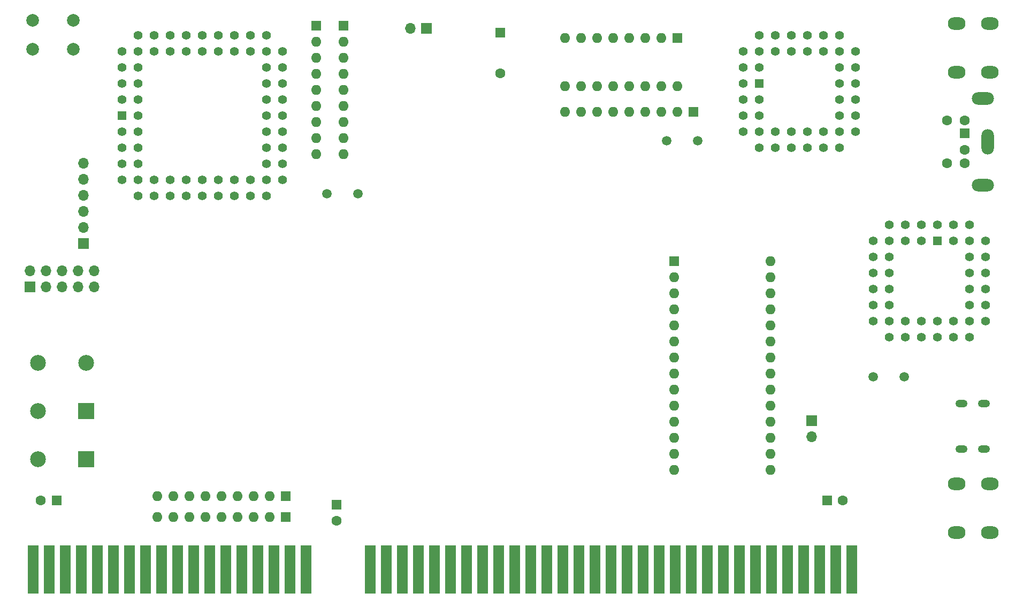
<source format=gbr>
%TF.GenerationSoftware,KiCad,Pcbnew,7.0.2*%
%TF.CreationDate,2024-02-27T21:07:56+01:00*%
%TF.ProjectId,v50_sbc,7635305f-7362-4632-9e6b-696361645f70,rev?*%
%TF.SameCoordinates,Original*%
%TF.FileFunction,Soldermask,Bot*%
%TF.FilePolarity,Negative*%
%FSLAX46Y46*%
G04 Gerber Fmt 4.6, Leading zero omitted, Abs format (unit mm)*
G04 Created by KiCad (PCBNEW 7.0.2) date 2024-02-27 21:07:56*
%MOMM*%
%LPD*%
G01*
G04 APERTURE LIST*
%ADD10R,1.600000X1.600000*%
%ADD11C,1.600000*%
%ADD12O,1.600000X1.600000*%
%ADD13C,1.500000*%
%ADD14O,3.500000X2.000000*%
%ADD15O,2.000000X4.000000*%
%ADD16R,1.700000X1.700000*%
%ADD17O,1.700000X1.700000*%
%ADD18C,2.000000*%
%ADD19R,1.422400X1.422400*%
%ADD20C,1.422400*%
%ADD21R,1.780000X7.620000*%
%ADD22O,1.900000X1.200000*%
%ADD23O,2.800000X2.000000*%
%ADD24R,2.500000X2.500000*%
%ADD25C,2.500000*%
G04 APERTURE END LIST*
D10*
%TO.C,LS1*%
X111252000Y-40279000D03*
D11*
X111252000Y-46779000D03*
%TD*%
D10*
%TO.C,SW2*%
X139304000Y-41148000D03*
D12*
X136764000Y-41148000D03*
X134224000Y-41148000D03*
X131684000Y-41148000D03*
X129144000Y-41148000D03*
X126604000Y-41148000D03*
X124064000Y-41148000D03*
X121524000Y-41148000D03*
X121524000Y-48768000D03*
X124064000Y-48768000D03*
X126604000Y-48768000D03*
X129144000Y-48768000D03*
X131684000Y-48768000D03*
X134224000Y-48768000D03*
X136764000Y-48768000D03*
X139304000Y-48768000D03*
%TD*%
D13*
%TO.C,Y1*%
X83873000Y-65786000D03*
X88773000Y-65786000D03*
%TD*%
D10*
%TO.C,RN5*%
X141859000Y-52832000D03*
D12*
X139319000Y-52832000D03*
X136779000Y-52832000D03*
X134239000Y-52832000D03*
X131699000Y-52832000D03*
X129159000Y-52832000D03*
X126619000Y-52832000D03*
X124079000Y-52832000D03*
X121539000Y-52832000D03*
%TD*%
D14*
%TO.C,J3*%
X187635000Y-64411000D03*
X187635000Y-50711000D03*
D10*
X184785000Y-56261000D03*
D11*
X184785000Y-58861000D03*
X184785000Y-54161000D03*
X184785000Y-60961000D03*
X181985000Y-54161000D03*
X181985000Y-60961000D03*
D15*
X188435000Y-57561000D03*
%TD*%
D10*
%TO.C,U7*%
X138811000Y-76454000D03*
D12*
X138811000Y-78994000D03*
X138811000Y-81534000D03*
X138811000Y-84074000D03*
X138811000Y-86614000D03*
X138811000Y-89154000D03*
X138811000Y-91694000D03*
X138811000Y-94234000D03*
X138811000Y-96774000D03*
X138811000Y-99314000D03*
X138811000Y-101854000D03*
X138811000Y-104394000D03*
X138811000Y-106934000D03*
X138811000Y-109474000D03*
X154051000Y-109474000D03*
X154051000Y-106934000D03*
X154051000Y-104394000D03*
X154051000Y-101854000D03*
X154051000Y-99314000D03*
X154051000Y-96774000D03*
X154051000Y-94234000D03*
X154051000Y-91694000D03*
X154051000Y-89154000D03*
X154051000Y-86614000D03*
X154051000Y-84074000D03*
X154051000Y-81534000D03*
X154051000Y-78994000D03*
X154051000Y-76454000D03*
%TD*%
D10*
%TO.C,RN4*%
X82137000Y-39243000D03*
D12*
X82137000Y-41783000D03*
X82137000Y-44323000D03*
X82137000Y-46863000D03*
X82137000Y-49403000D03*
X82137000Y-51943000D03*
X82137000Y-54483000D03*
X82137000Y-57023000D03*
X82137000Y-59563000D03*
%TD*%
D16*
%TO.C,J4*%
X36830000Y-80523000D03*
D17*
X36830000Y-77983000D03*
X39370000Y-80523000D03*
X39370000Y-77983000D03*
X41910000Y-80523000D03*
X41910000Y-77983000D03*
X44450000Y-80523000D03*
X44450000Y-77983000D03*
X46990000Y-80523000D03*
X46990000Y-77983000D03*
%TD*%
D18*
%TO.C,SW1*%
X43763000Y-38390000D03*
X37263000Y-38390000D03*
X43763000Y-42890000D03*
X37263000Y-42890000D03*
%TD*%
D13*
%TO.C,Y2*%
X137594000Y-57404000D03*
X142494000Y-57404000D03*
%TD*%
D10*
%TO.C,RN1*%
X77343000Y-113665000D03*
D12*
X74803000Y-113665000D03*
X72263000Y-113665000D03*
X69723000Y-113665000D03*
X67183000Y-113665000D03*
X64643000Y-113665000D03*
X62103000Y-113665000D03*
X59563000Y-113665000D03*
X57023000Y-113665000D03*
%TD*%
D16*
%TO.C,JP2*%
X160528000Y-101727000D03*
D17*
X160528000Y-104267000D03*
%TD*%
D16*
%TO.C,J5*%
X45339000Y-73660000D03*
D17*
X45339000Y-71120000D03*
X45339000Y-68580000D03*
X45339000Y-66040000D03*
X45339000Y-63500000D03*
X45339000Y-60960000D03*
%TD*%
D19*
%TO.C,U6*%
X152273000Y-48387000D03*
D20*
X149733000Y-50927000D03*
X152273000Y-50927000D03*
X149733000Y-53467000D03*
X152273000Y-53467000D03*
X149733000Y-56007000D03*
X152273000Y-58547000D03*
X152273000Y-56007000D03*
X154813000Y-58547000D03*
X154813000Y-56007000D03*
X157353000Y-58547000D03*
X157353000Y-56007000D03*
X159893000Y-58547000D03*
X159893000Y-56007000D03*
X162433000Y-58547000D03*
X162433000Y-56007000D03*
X164973000Y-58547000D03*
X167513000Y-56007000D03*
X164973000Y-56007000D03*
X167513000Y-53467000D03*
X164973000Y-53467000D03*
X167513000Y-50927000D03*
X164973000Y-50927000D03*
X167513000Y-48387000D03*
X164973000Y-48387000D03*
X167513000Y-45847000D03*
X164973000Y-45847000D03*
X167513000Y-43307000D03*
X164973000Y-40767000D03*
X164973000Y-43307000D03*
X162433000Y-40767000D03*
X162433000Y-43307000D03*
X159893000Y-40767000D03*
X159893000Y-43307000D03*
X157353000Y-40767000D03*
X157353000Y-43307000D03*
X154813000Y-40767000D03*
X154813000Y-43307000D03*
X152273000Y-40767000D03*
X149733000Y-43307000D03*
X152273000Y-43307000D03*
X149733000Y-45847000D03*
X152273000Y-45847000D03*
X149733000Y-48387000D03*
%TD*%
D16*
%TO.C,JP1*%
X99573000Y-39624000D03*
D17*
X97033000Y-39624000D03*
%TD*%
D21*
%TO.C,J1*%
X37338000Y-125222000D03*
X39878000Y-125222000D03*
X42418000Y-125222000D03*
X44958000Y-125222000D03*
X47498000Y-125222000D03*
X50038000Y-125222000D03*
X52578000Y-125222000D03*
X55118000Y-125222000D03*
X57658000Y-125222000D03*
X60198000Y-125222000D03*
X62738000Y-125222000D03*
X65278000Y-125222000D03*
X67818000Y-125222000D03*
X70358000Y-125222000D03*
X72898000Y-125222000D03*
X75438000Y-125222000D03*
X77978000Y-125222000D03*
X80518000Y-125222000D03*
X90678000Y-125222000D03*
X93218000Y-125222000D03*
X95758000Y-125222000D03*
X98298000Y-125222000D03*
X100838000Y-125222000D03*
X103378000Y-125222000D03*
X105918000Y-125222000D03*
X108458000Y-125222000D03*
X110998000Y-125222000D03*
X113538000Y-125222000D03*
X116078000Y-125222000D03*
X118618000Y-125222000D03*
X121158000Y-125222000D03*
X123698000Y-125222000D03*
X126238000Y-125222000D03*
X128778000Y-125222000D03*
X131318000Y-125222000D03*
X133858000Y-125222000D03*
X136398000Y-125222000D03*
X138938000Y-125222000D03*
X141478000Y-125222000D03*
X144018000Y-125222000D03*
X146558000Y-125222000D03*
X149098000Y-125222000D03*
X151638000Y-125222000D03*
X154178000Y-125222000D03*
X156718000Y-125222000D03*
X159258000Y-125222000D03*
X161798000Y-125222000D03*
X164338000Y-125222000D03*
X166878000Y-125222000D03*
%TD*%
D13*
%TO.C,Y3*%
X175170000Y-94742000D03*
X170270000Y-94742000D03*
%TD*%
D22*
%TO.C,J2*%
X184287000Y-106151000D03*
X187837000Y-106151000D03*
X184287000Y-98951000D03*
X187837000Y-98951000D03*
%TD*%
D23*
%TO.C,H1*%
X183540000Y-38898200D03*
X183540000Y-46598200D03*
X188740000Y-38898200D03*
X188740000Y-46598200D03*
%TD*%
D10*
%TO.C,RN3*%
X86487000Y-39243000D03*
D12*
X86487000Y-41783000D03*
X86487000Y-44323000D03*
X86487000Y-46863000D03*
X86487000Y-49403000D03*
X86487000Y-51943000D03*
X86487000Y-54483000D03*
X86487000Y-57023000D03*
X86487000Y-59563000D03*
%TD*%
D10*
%TO.C,RN2*%
X77343000Y-116967000D03*
D12*
X74803000Y-116967000D03*
X72263000Y-116967000D03*
X69723000Y-116967000D03*
X67183000Y-116967000D03*
X64643000Y-116967000D03*
X62103000Y-116967000D03*
X59563000Y-116967000D03*
X57023000Y-116967000D03*
%TD*%
D10*
%TO.C,C17*%
X41060380Y-114300000D03*
D11*
X38560380Y-114300000D03*
%TD*%
D24*
%TO.C,X1*%
X45720000Y-107823000D03*
X45720000Y-100203000D03*
D25*
X45720000Y-92583000D03*
X38100000Y-92583000D03*
X38100000Y-107823000D03*
X38100000Y-100203000D03*
%TD*%
D10*
%TO.C,C19*%
X162981000Y-114300000D03*
D11*
X165481000Y-114300000D03*
%TD*%
D19*
%TO.C,U1*%
X51435000Y-53467000D03*
D20*
X53975000Y-53467000D03*
X51435000Y-56007000D03*
X53975000Y-56007000D03*
X51435000Y-58547000D03*
X53975000Y-58547000D03*
X51435000Y-61087000D03*
X53975000Y-61087000D03*
X51435000Y-63627000D03*
X53975000Y-66167000D03*
X53975000Y-63627000D03*
X56515000Y-66167000D03*
X56515000Y-63627000D03*
X59055000Y-66167000D03*
X59055000Y-63627000D03*
X61595000Y-66167000D03*
X61595000Y-63627000D03*
X64135000Y-66167000D03*
X64135000Y-63627000D03*
X66675000Y-66167000D03*
X66675000Y-63627000D03*
X69215000Y-66167000D03*
X69215000Y-63627000D03*
X71755000Y-66167000D03*
X71755000Y-63627000D03*
X74295000Y-66167000D03*
X76835000Y-63627000D03*
X74295000Y-63627000D03*
X76835000Y-61087000D03*
X74295000Y-61087000D03*
X76835000Y-58547000D03*
X74295000Y-58547000D03*
X76835000Y-56007000D03*
X74295000Y-56007000D03*
X76835000Y-53467000D03*
X74295000Y-53467000D03*
X76835000Y-50927000D03*
X74295000Y-50927000D03*
X76835000Y-48387000D03*
X74295000Y-48387000D03*
X76835000Y-45847000D03*
X74295000Y-45847000D03*
X76835000Y-43307000D03*
X74295000Y-40767000D03*
X74295000Y-43307000D03*
X71755000Y-40767000D03*
X71755000Y-43307000D03*
X69215000Y-40767000D03*
X69215000Y-43307000D03*
X66675000Y-40767000D03*
X66675000Y-43307000D03*
X64135000Y-40767000D03*
X64135000Y-43307000D03*
X61595000Y-40767000D03*
X61595000Y-43307000D03*
X59055000Y-40767000D03*
X59055000Y-43307000D03*
X56515000Y-40767000D03*
X56515000Y-43307000D03*
X53975000Y-40767000D03*
X51435000Y-43307000D03*
X53975000Y-43307000D03*
X51435000Y-45847000D03*
X53975000Y-45847000D03*
X51435000Y-48387000D03*
X53975000Y-48387000D03*
X51435000Y-50927000D03*
X53975000Y-50927000D03*
%TD*%
D19*
%TO.C,U10*%
X180467000Y-73279000D03*
D20*
X177927000Y-70739000D03*
X177927000Y-73279000D03*
X175387000Y-70739000D03*
X175387000Y-73279000D03*
X172847000Y-70739000D03*
X170307000Y-73279000D03*
X172847000Y-73279000D03*
X170307000Y-75819000D03*
X172847000Y-75819000D03*
X170307000Y-78359000D03*
X172847000Y-78359000D03*
X170307000Y-80899000D03*
X172847000Y-80899000D03*
X170307000Y-83439000D03*
X172847000Y-83439000D03*
X170307000Y-85979000D03*
X172847000Y-88519000D03*
X172847000Y-85979000D03*
X175387000Y-88519000D03*
X175387000Y-85979000D03*
X177927000Y-88519000D03*
X177927000Y-85979000D03*
X180467000Y-88519000D03*
X180467000Y-85979000D03*
X183007000Y-88519000D03*
X183007000Y-85979000D03*
X185547000Y-88519000D03*
X188087000Y-85979000D03*
X185547000Y-85979000D03*
X188087000Y-83439000D03*
X185547000Y-83439000D03*
X188087000Y-80899000D03*
X185547000Y-80899000D03*
X188087000Y-78359000D03*
X185547000Y-78359000D03*
X188087000Y-75819000D03*
X185547000Y-75819000D03*
X188087000Y-73279000D03*
X185547000Y-70739000D03*
X185547000Y-73279000D03*
X183007000Y-70739000D03*
X183007000Y-73279000D03*
X180467000Y-70739000D03*
%TD*%
D10*
%TO.C,C18*%
X85344000Y-115022621D03*
D11*
X85344000Y-117522621D03*
%TD*%
D23*
%TO.C,H2*%
X183540000Y-111669200D03*
X183540000Y-119369200D03*
X188740000Y-111669200D03*
X188740000Y-119369200D03*
%TD*%
M02*

</source>
